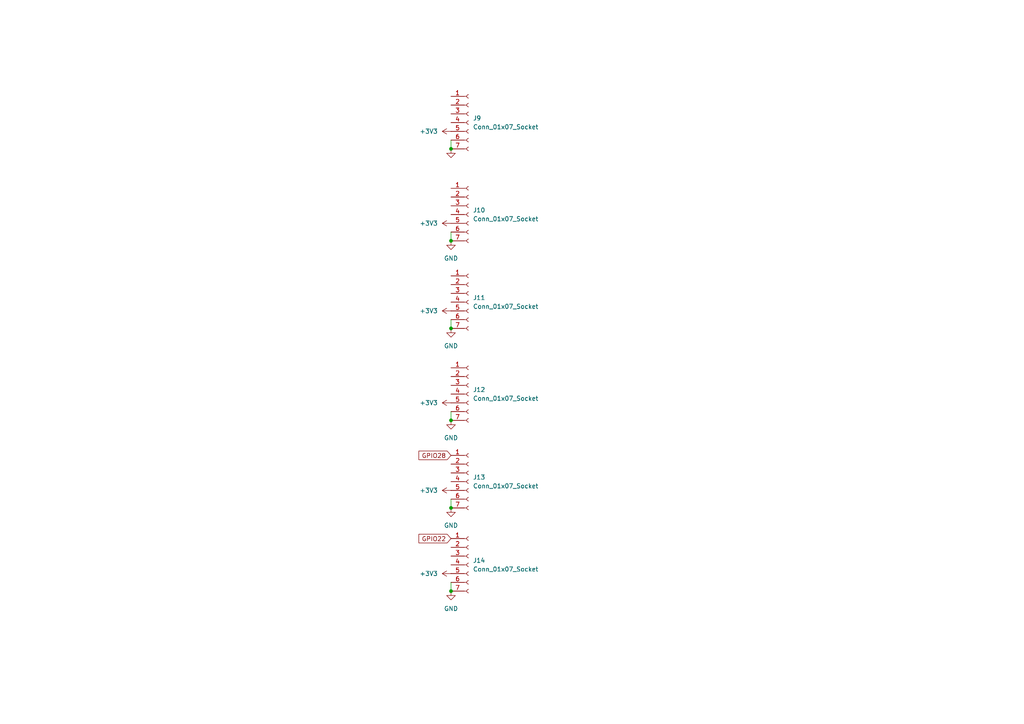
<source format=kicad_sch>
(kicad_sch (version 20250114) (generator "eeschema") (generator_version "9.0")
  (paper "A4")
  (lib_symbols
    (symbol "Connector:Conn_01x07_Socket" (pin_names (offset 1.016) (hide yes))
      (property "Reference" "J" (at 0 10.16 0))
      (property "Value" "Conn_01x07_Socket" (at 0 -10.16 0))
      (symbol "Conn_01x07_Socket_1_1"
        (polyline (pts (xy -1.27 7.62) (xy -0.508 7.62)) (stroke (width 0.1524)))
        (polyline (pts (xy -1.27 5.08) (xy -0.508 5.08)) (stroke (width 0.1524)))
        (polyline (pts (xy -1.27 2.54) (xy -0.508 2.54)) (stroke (width 0.1524)))
        (polyline (pts (xy -1.27 0) (xy -0.508 0)) (stroke (width 0.1524)))
        (polyline (pts (xy -1.27 -2.54) (xy -0.508 -2.54)) (stroke (width 0.1524)))
        (polyline (pts (xy -1.27 -5.08) (xy -0.508 -5.08)) (stroke (width 0.1524)))
        (polyline (pts (xy -1.27 -7.62) (xy -0.508 -7.62)) (stroke (width 0.1524)))
        (arc (start 0 7.112) (mid -0.5058 7.62) (end 0 8.128) (stroke (width 0.1524)))
        (arc (start 0 4.572) (mid -0.5058 5.08) (end 0 5.588) (stroke (width 0.1524)))
        (arc (start 0 2.032) (mid -0.5058 2.54) (end 0 3.048) (stroke (width 0.1524)))
        (arc (start 0 -0.508) (mid -0.5058 0) (end 0 0.508) (stroke (width 0.1524)))
        (arc (start 0 -3.048) (mid -0.5058 -2.54) (end 0 -2.032) (stroke (width 0.1524)))
        (arc (start 0 -5.588) (mid -0.5058 -5.08) (end 0 -4.572) (stroke (width 0.1524)))
        (arc (start 0 -8.128) (mid -0.5058 -7.62) (end 0 -7.112) (stroke (width 0.1524)))
        (pin passive line (at -5.08 7.62 0) (length 3.81) (name "Pin_1") (number "1"))
        (pin passive line (at -5.08 5.08 0) (length 3.81) (name "Pin_2") (number "2"))
        (pin passive line (at -5.08 2.54 0) (length 3.81) (name "Pin_3") (number "3"))
        (pin passive line (at -5.08 0 0) (length 3.81) (name "Pin_4") (number "4"))
        (pin passive line (at -5.08 -2.54 0) (length 3.81) (name "Pin_5") (number "5"))
        (pin passive line (at -5.08 -5.08 0) (length 3.81) (name "Pin_6") (number "6"))
        (pin passive line (at -5.08 -7.62 0) (length 3.81) (name "Pin_7") (number "7"))
      )
    )
    (symbol "power:+3V3" (power) (pin_numbers (hide yes)) (pin_names (offset 0) (hide yes))
      (property "Value" "+3V3" (at 0 3.556 0))
      (symbol "+3V3_0_1"
        (polyline (pts (xy -0.762 1.27) (xy 0 2.54)))
        (polyline (pts (xy 0 2.54) (xy 0.762 1.27)))
        (polyline (pts (xy 0 0) (xy 0 2.54)))
      )
      (symbol "+3V3_1_1"
        (pin power_in line (at 0 0 90) (length 0) (name "~") (number "1"))
      )
    )
    (symbol "power:GND" (power) (pin_numbers (hide yes)) (pin_names (offset 0) (hide yes))
      (property "Value" "GND" (at 0 -3.81 0))
      (symbol "GND_0_1"
        (polyline (pts (xy 0 0) (xy 0 -1.27) (xy 1.27 -1.27) (xy 0 -2.54) (xy -1.27 -1.27) (xy 0 -1.27)))
      )
      (symbol "GND_1_1"
        (pin power_in line (at 0 0 270) (length 0) (name "~") (number "1"))
      )
    )
  )
  (junction (at 130.81 69.85))
  (junction (at 130.81 95.25))
  (junction (at 130.81 147.32))
  (junction (at 130.81 43.18))
  (junction (at 130.81 171.45))
  (junction (at 130.81 121.92))
  (wire (pts (xy 130.81 67.31) (xy 130.81 69.85)))
  (wire (pts (xy 130.81 168.91) (xy 130.81 171.45)))
  (wire (pts (xy 130.81 92.71) (xy 130.81 95.25)))
  (wire (pts (xy 130.81 119.38) (xy 130.81 121.92)))
  (wire (pts (xy 130.81 144.78) (xy 130.81 147.32)))
  (wire (pts (xy 130.81 40.64) (xy 130.81 43.18)))
  (global_label "GPIO22" (shape input) (at 130.81 156.21 180) (property "Intersheetrefs" "${INTERSHEET_REFS}" (effects (hide yes))))
  (global_label "GPIO28" (shape input) (at 130.81 132.08 180) (property "Intersheetrefs" "${INTERSHEET_REFS}" (effects (hide yes))))
  (symbol (lib_id "Connector:Conn_01x07_Socket") (at 135.89 35.56 0) (unit 1)
    (property "Reference" "J9" (at 137.16 34.2899 0) (effects (justify left)))
    (property "Value" "Conn_01x07_Socket" (at 137.16 36.8299 0) (effects (justify left)))
    (property "Description" "Generic connector, single row, 01x07, script generated" (effects (hide yes)))
  )
  (symbol (lib_id "power:GND") (at 130.81 147.32 0) (unit 1)
    (property "Reference" "#PWR027" (effects (hide yes)))
    (property "Value" "GND" (at 130.81 152.4 0))
    (property "Description" "Power symbol creates a global label with name \"GND\" , ground" (effects (hide yes)))
  )
  (symbol (lib_id "power:+3V3") (at 130.81 64.77 90) (unit 1)
    (property "Reference" "#PWR020" (effects (hide yes)))
    (property "Value" "+3V3" (at 127 64.7699 90) (effects (justify left)))
    (property "Description" "Power symbol creates a global label with name \"+3V3\"" (effects (hide yes)))
  )
  (symbol (lib_id "power:GND") (at 130.81 43.18 0) (unit 1)
    (property "Reference" "#PWR018" (effects (hide yes)))
    (property "Value" "GND" (effects (hide yes)))
    (property "Description" "Power symbol creates a global label with name \"GND\" , ground" (effects (hide yes)))
  )
  (symbol (lib_id "Connector:Conn_01x07_Socket") (at 135.89 114.3 0) (unit 1)
    (property "Reference" "J12" (at 137.16 113.0299 0) (effects (justify left)))
    (property "Value" "Conn_01x07_Socket" (at 137.16 115.5699 0) (effects (justify left)))
    (property "Description" "Generic connector, single row, 01x07, script generated" (effects (hide yes)))
  )
  (symbol (lib_id "Connector:Conn_01x07_Socket") (at 135.89 62.23 0) (unit 1)
    (property "Reference" "J10" (at 137.16 60.9599 0) (effects (justify left)))
    (property "Value" "Conn_01x07_Socket" (at 137.16 63.4999 0) (effects (justify left)))
    (property "Description" "Generic connector, single row, 01x07, script generated" (effects (hide yes)))
  )
  (symbol (lib_id "Connector:Conn_01x07_Socket") (at 135.89 139.7 0) (unit 1)
    (property "Reference" "J13" (at 137.16 138.4299 0) (effects (justify left)))
    (property "Value" "Conn_01x07_Socket" (at 137.16 140.9699 0) (effects (justify left)))
    (property "Description" "Generic connector, single row, 01x07, script generated" (effects (hide yes)))
  )
  (symbol (lib_id "power:GND") (at 130.81 171.45 0) (unit 1)
    (property "Reference" "#PWR029" (effects (hide yes)))
    (property "Value" "GND" (at 130.81 176.53 0))
    (property "Description" "Power symbol creates a global label with name \"GND\" , ground" (effects (hide yes)))
  )
  (symbol (lib_id "power:+3V3") (at 130.81 38.1 90) (unit 1)
    (property "Reference" "#PWR019" (effects (hide yes)))
    (property "Value" "+3V3" (at 127 38.0999 90) (effects (justify left)))
    (property "Description" "Power symbol creates a global label with name \"+3V3\"" (effects (hide yes)))
  )
  (symbol (lib_id "power:+3V3") (at 130.81 90.17 90) (unit 1)
    (property "Reference" "#PWR022" (effects (hide yes)))
    (property "Value" "+3V3" (at 127 90.1699 90) (effects (justify left)))
    (property "Description" "Power symbol creates a global label with name \"+3V3\"" (effects (hide yes)))
  )
  (symbol (lib_id "power:GND") (at 130.81 95.25 0) (unit 1)
    (property "Reference" "#PWR023" (effects (hide yes)))
    (property "Value" "GND" (at 130.81 100.33 0))
    (property "Description" "Power symbol creates a global label with name \"GND\" , ground" (effects (hide yes)))
  )
  (symbol (lib_id "power:+3V3") (at 130.81 142.24 90) (unit 1)
    (property "Reference" "#PWR026" (effects (hide yes)))
    (property "Value" "+3V3" (at 127 142.2399 90) (effects (justify left)))
    (property "Description" "Power symbol creates a global label with name \"+3V3\"" (effects (hide yes)))
  )
  (symbol (lib_id "power:+3V3") (at 130.81 166.37 90) (unit 1)
    (property "Reference" "#PWR028" (effects (hide yes)))
    (property "Value" "+3V3" (at 127 166.3699 90) (effects (justify left)))
    (property "Description" "Power symbol creates a global label with name \"+3V3\"" (effects (hide yes)))
  )
  (symbol (lib_id "power:GND") (at 130.81 121.92 0) (unit 1)
    (property "Reference" "#PWR025" (effects (hide yes)))
    (property "Value" "GND" (at 130.81 127 0))
    (property "Description" "Power symbol creates a global label with name \"GND\" , ground" (effects (hide yes)))
  )
  (symbol (lib_id "Connector:Conn_01x07_Socket") (at 135.89 87.63 0) (unit 1)
    (property "Reference" "J11" (at 137.16 86.3599 0) (effects (justify left)))
    (property "Value" "Conn_01x07_Socket" (at 137.16 88.8999 0) (effects (justify left)))
    (property "Description" "Generic connector, single row, 01x07, script generated" (effects (hide yes)))
  )
  (symbol (lib_id "Connector:Conn_01x07_Socket") (at 135.89 163.83 0) (unit 1)
    (property "Reference" "J14" (at 137.16 162.5599 0) (effects (justify left)))
    (property "Value" "Conn_01x07_Socket" (at 137.16 165.0999 0) (effects (justify left)))
    (property "Description" "Generic connector, single row, 01x07, script generated" (effects (hide yes)))
  )
  (symbol (lib_id "power:+3V3") (at 130.81 116.84 90) (unit 1)
    (property "Reference" "#PWR024" (effects (hide yes)))
    (property "Value" "+3V3" (at 127 116.8399 90) (effects (justify left)))
    (property "Description" "Power symbol creates a global label with name \"+3V3\"" (effects (hide yes)))
  )
  (symbol (lib_id "power:GND") (at 130.81 69.85 0) (unit 1)
    (property "Reference" "#PWR021" (effects (hide yes)))
    (property "Value" "GND" (at 130.81 74.93 0))
    (property "Description" "Power symbol creates a global label with name \"GND\" , ground" (effects (hide yes)))
  )
)
</source>
